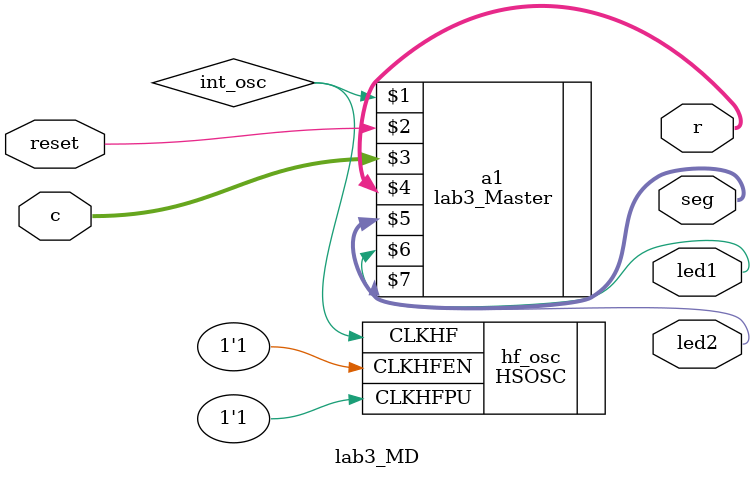
<source format=sv>
module lab3_MD(
    input logic reset,
	input logic [3:0] c,
    output logic [3:0] r,
	output logic [6:0] seg,
    output logic led1, led2
	
);
	//initialize clk at 48MHz
	HSOSC hf_osc (.CLKHFPU(1'b1), .CLKHFEN(1'b1), .CLKHF(int_osc));
	
	lab3_Master a1 (int_osc, reset, c, r, seg, led1, led2);
				
			
endmodule
</source>
